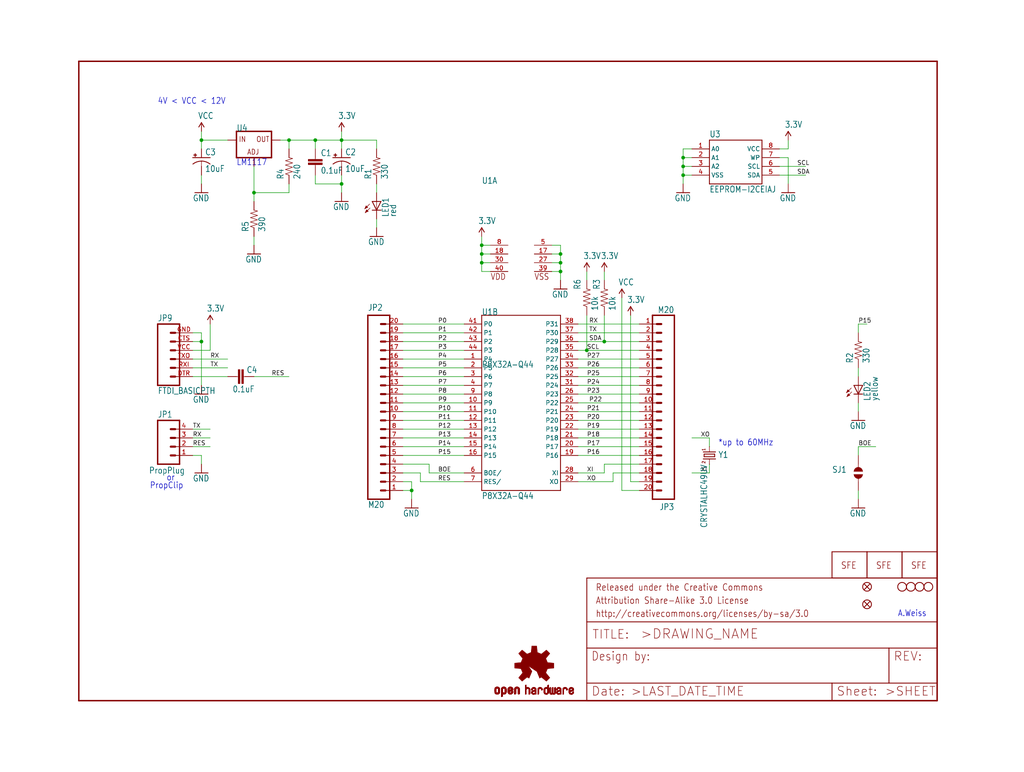
<source format=kicad_sch>
(kicad_sch (version 20211123) (generator eeschema)
  (paper "User" 297.002 223.926)
  (lib_symbols
    (symbol "eagleSchem-eagle-import:3.3V" (power)
      (property "Value" "3.3V" (at -1.016 3.556 0))
      (symbol "3.3V_1_0"
        (pin power_in line (at 0 0 90) (length 2.54) (name "3.3V") (number "1"))
      )
    )
    (symbol "eagleSchem-eagle-import:CAP0402-CAP"
      (property "Reference" "C" (at 1.524 2.921 0))
      (property "Value" "CAP0402-CAP" (at 1.524 -2.159 0))
      (symbol "CAP0402-CAP_1_0"
        (pin passive line (at 0 5.08 270) (length 2.54) (name "1") (number "1"))
        (pin passive line (at 0 -2.54 90) (length 2.54) (name "2") (number "2"))
      )
    )
    (symbol "eagleSchem-eagle-import:CAP_POL1206"
      (property "Reference" "C" (at 1.016 0.635 0))
      (property "Value" "CAP_POL1206" (at 1.016 -4.191 0))
      (symbol "CAP_POL1206_1_0"
        (pin passive line (at 0 2.54 270) (length 2.54) (name "+") (number "A"))
        (pin passive line (at 0 -5.08 90) (length 2.54) (name "-") (number "C"))
      )
    )
    (symbol "eagleSchem-eagle-import:CRYSTALHC49UV"
      (property "Reference" "Y" (at 2.54 1.016 0))
      (property "Value" "CRYSTALHC49UV" (at 2.54 -2.54 0))
      (symbol "CRYSTALHC49UV_1_0"
        (text "1" (at -2.159 -1.143 0) (effects (font (size 0.8636 0.734)) (justify left bottom)))
        (text "2" (at 1.524 -1.143 0) (effects (font (size 0.8636 0.734)) (justify left bottom)))
        (pin passive line (at -2.54 0 0) (length 0) (name "1") (number "1"))
        (pin passive line (at 2.54 0 180) (length 0) (name "2") (number "2"))
      )
    )
    (symbol "eagleSchem-eagle-import:EEPROM-I2CEIAJ"
      (property "Reference" "U" (at -7.62 8.382 0))
      (property "Value" "EEPROM-I2CEIAJ" (at -7.62 -7.62 0))
      (symbol "EEPROM-I2CEIAJ_1_0"
        (pin bidirectional line (at -12.7 5.08 0) (length 5.08) (name "A0") (number "1"))
        (pin bidirectional line (at -12.7 2.54 0) (length 5.08) (name "A1") (number "2"))
        (pin bidirectional line (at -12.7 0 0) (length 5.08) (name "A2") (number "3"))
        (pin power_in line (at -12.7 -2.54 0) (length 5.08) (name "VSS") (number "4"))
        (pin bidirectional line (at 12.7 -2.54 180) (length 5.08) (name "SDA") (number "5"))
        (pin bidirectional line (at 12.7 0 180) (length 5.08) (name "SCL") (number "6"))
        (pin bidirectional line (at 12.7 2.54 180) (length 5.08) (name "WP") (number "7"))
        (pin power_in line (at 12.7 5.08 180) (length 5.08) (name "VCC") (number "8"))
      )
    )
    (symbol "eagleSchem-eagle-import:FIDUCIALUFIDUCIAL")
    (symbol "eagleSchem-eagle-import:FRAME-LETTER"
      (symbol "FRAME-LETTER_2_0"
        (text ">DRAWING_NAME" (at 15.494 17.78 0) (effects (font (size 2.7432 2.7432)) (justify left bottom)))
        (text ">LAST_DATE_TIME" (at 12.7 1.27 0) (effects (font (size 2.54 2.54)) (justify left bottom)))
        (text ">SHEET" (at 86.36 1.27 0) (effects (font (size 2.54 2.54)) (justify left bottom)))
        (text "Attribution Share-Alike 3.0 License" (at 2.54 27.94 0) (effects (font (size 1.9304 1.6408)) (justify left bottom)))
        (text "Date:" (at 1.27 1.27 0) (effects (font (size 2.54 2.54)) (justify left bottom)))
        (text "Design by:" (at 1.27 11.43 0) (effects (font (size 2.54 2.159)) (justify left bottom)))
        (text "http://creativecommons.org/licenses/by-sa/3.0" (at 2.54 24.13 0) (effects (font (size 1.9304 1.6408)) (justify left bottom)))
        (text "Released under the Creative Commons" (at 2.54 31.75 0) (effects (font (size 1.9304 1.6408)) (justify left bottom)))
        (text "REV:" (at 88.9 11.43 0) (effects (font (size 2.54 2.54)) (justify left bottom)))
        (text "Sheet:" (at 72.39 1.27 0) (effects (font (size 2.54 2.54)) (justify left bottom)))
        (text "TITLE:" (at 1.524 17.78 0) (effects (font (size 2.54 2.54)) (justify left bottom)))
      )
    )
    (symbol "eagleSchem-eagle-import:FTDI_BASICPTH"
      (property "Reference" "JP" (at -5.08 10.922 0))
      (property "Value" "FTDI_BASICPTH" (at -5.08 -10.16 0))
      (symbol "FTDI_BASICPTH_1_0"
        (pin passive line (at 5.08 5.08 180) (length 5.08) (name "5") (number "CTS"))
        (pin passive line (at 5.08 -5.08 180) (length 5.08) (name "1") (number "DTR"))
        (pin passive line (at 5.08 7.62 180) (length 5.08) (name "6") (number "GND"))
        (pin passive line (at 5.08 -2.54 180) (length 5.08) (name "2") (number "RXI"))
        (pin passive line (at 5.08 0 180) (length 5.08) (name "3") (number "TXO"))
        (pin passive line (at 5.08 2.54 180) (length 5.08) (name "4") (number "VCC"))
      )
    )
    (symbol "eagleSchem-eagle-import:GND" (power)
      (property "Value" "GND" (at -2.54 -2.54 0))
      (symbol "GND_1_0"
        (pin power_in line (at 0 2.54 270) (length 2.54) (name "GND") (number "1"))
      )
    )
    (symbol "eagleSchem-eagle-import:LED0603"
      (property "Reference" "LED" (at 3.556 -4.572 90))
      (property "Value" "LED0603" (at 5.715 -4.572 90))
      (symbol "LED0603_1_0"
        (pin passive line (at 0 2.54 270) (length 2.54) (name "A") (number "A"))
        (pin passive line (at 0 -5.08 90) (length 2.54) (name "C") (number "C"))
      )
    )
    (symbol "eagleSchem-eagle-import:LOGO-SFENEW"
      (symbol "LOGO-SFENEW_1_0"
        (text "SFE" (at 0 0 0) (effects (font (size 1.9304 1.6408)) (justify left bottom)))
      )
    )
    (symbol "eagleSchem-eagle-import:LOGO-SFENW2"
      (symbol "LOGO-SFENW2_1_0"
        (text "SFE" (at 0 0 0) (effects (font (size 1.9304 1.6408)) (justify left bottom)))
      )
    )
    (symbol "eagleSchem-eagle-import:LOGO-SFESK"
      (symbol "LOGO-SFESK_1_0"
        (text "SFE" (at 0 0 0) (effects (font (size 1.9304 1.6408)) (justify left bottom)))
      )
    )
    (symbol "eagleSchem-eagle-import:M04PTH"
      (property "Reference" "JP" (at -5.08 8.382 0))
      (property "Value" "M04PTH" (at -5.08 -7.62 0))
      (symbol "M04PTH_1_0"
        (pin passive line (at 5.08 -2.54 180) (length 5.08) (name "1") (number "1"))
        (pin passive line (at 5.08 0 180) (length 5.08) (name "2") (number "2"))
        (pin passive line (at 5.08 2.54 180) (length 5.08) (name "3") (number "3"))
        (pin passive line (at 5.08 5.08 180) (length 5.08) (name "4") (number "4"))
      )
    )
    (symbol "eagleSchem-eagle-import:M20"
      (property "Reference" "JP" (at 0 57.15 0))
      (property "Value" "M20" (at 0 0 0))
      (symbol "M20_1_0"
        (pin passive line (at 10.16 5.08 180) (length 5.08) (name "1") (number "1"))
        (pin passive line (at 10.16 27.94 180) (length 5.08) (name "10") (number "10"))
        (pin passive line (at 10.16 30.48 180) (length 5.08) (name "11") (number "11"))
        (pin passive line (at 10.16 33.02 180) (length 5.08) (name "12") (number "12"))
        (pin passive line (at 10.16 35.56 180) (length 5.08) (name "13") (number "13"))
        (pin passive line (at 10.16 38.1 180) (length 5.08) (name "14") (number "14"))
        (pin passive line (at 10.16 40.64 180) (length 5.08) (name "15") (number "15"))
        (pin passive line (at 10.16 43.18 180) (length 5.08) (name "16") (number "16"))
        (pin passive line (at 10.16 45.72 180) (length 5.08) (name "17") (number "17"))
        (pin passive line (at 10.16 48.26 180) (length 5.08) (name "18") (number "18"))
        (pin passive line (at 10.16 50.8 180) (length 5.08) (name "19") (number "19"))
        (pin passive line (at 10.16 7.62 180) (length 5.08) (name "2") (number "2"))
        (pin passive line (at 10.16 53.34 180) (length 5.08) (name "20") (number "20"))
        (pin passive line (at 10.16 10.16 180) (length 5.08) (name "3") (number "3"))
        (pin passive line (at 10.16 12.7 180) (length 5.08) (name "4") (number "4"))
        (pin passive line (at 10.16 15.24 180) (length 5.08) (name "5") (number "5"))
        (pin passive line (at 10.16 17.78 180) (length 5.08) (name "6") (number "6"))
        (pin passive line (at 10.16 20.32 180) (length 5.08) (name "7") (number "7"))
        (pin passive line (at 10.16 22.86 180) (length 5.08) (name "8") (number "8"))
        (pin passive line (at 10.16 25.4 180) (length 5.08) (name "9") (number "9"))
      )
    )
    (symbol "eagleSchem-eagle-import:OSHW-LOGOS")
    (symbol "eagleSchem-eagle-import:P8X32A-Q44"
      (property "Reference" "U" (at -10.16 22.86 0))
      (property "Value" "P8X32A-Q44" (at -10.16 -30.48 0))
      (symbol "P8X32A-Q44_1_0"
        (text "VDD" (at -7.62 -5.08 0) (effects (font (size 1.778 1.5113)) (justify left bottom)))
        (text "VSS" (at 5.08 -5.08 0) (effects (font (size 1.778 1.5113)) (justify left bottom)))
        (pin power_in line (at 10.16 2.54 180) (length 5.08) (name "VSS@2") (number "17"))
        (pin power_in line (at -7.62 2.54 0) (length 5.08) (name "VDD@2") (number "18"))
        (pin power_in line (at 10.16 0 180) (length 5.08) (name "VSS@3") (number "27"))
        (pin power_in line (at -7.62 0 0) (length 5.08) (name "VDD@3") (number "30"))
        (pin power_in line (at 10.16 -2.54 180) (length 5.08) (name "VSS@4") (number "39"))
        (pin power_in line (at -7.62 -2.54 0) (length 5.08) (name "VDD@4") (number "40"))
        (pin power_in line (at 10.16 5.08 180) (length 5.08) (name "VSS@1") (number "5"))
        (pin power_in line (at -7.62 5.08 0) (length 5.08) (name "VDD@1") (number "8"))
      )
      (symbol "P8X32A-Q44_2_0"
        (pin bidirectional line (at -15.24 10.16 0) (length 5.08) (name "P4") (number "1"))
        (pin bidirectional line (at -15.24 -2.54 0) (length 5.08) (name "P9") (number "10"))
        (pin bidirectional line (at -15.24 -5.08 0) (length 5.08) (name "P10") (number "11"))
        (pin bidirectional line (at -15.24 -7.62 0) (length 5.08) (name "P11") (number "12"))
        (pin bidirectional line (at -15.24 -10.16 0) (length 5.08) (name "P12") (number "13"))
        (pin bidirectional line (at -15.24 -12.7 0) (length 5.08) (name "P13") (number "14"))
        (pin bidirectional line (at -15.24 -15.24 0) (length 5.08) (name "P14") (number "15"))
        (pin bidirectional line (at -15.24 -17.78 0) (length 5.08) (name "P15") (number "16"))
        (pin bidirectional line (at 17.78 -17.78 180) (length 5.08) (name "P16") (number "19"))
        (pin bidirectional line (at -15.24 7.62 0) (length 5.08) (name "P5") (number "2"))
        (pin bidirectional line (at 17.78 -15.24 180) (length 5.08) (name "P17") (number "20"))
        (pin bidirectional line (at 17.78 -12.7 180) (length 5.08) (name "P18") (number "21"))
        (pin bidirectional line (at 17.78 -10.16 180) (length 5.08) (name "P19") (number "22"))
        (pin bidirectional line (at 17.78 -7.62 180) (length 5.08) (name "P20") (number "23"))
        (pin bidirectional line (at 17.78 -5.08 180) (length 5.08) (name "P21") (number "24"))
        (pin bidirectional line (at 17.78 -2.54 180) (length 5.08) (name "P22") (number "25"))
        (pin bidirectional line (at 17.78 0 180) (length 5.08) (name "P23") (number "26"))
        (pin input line (at 17.78 -22.86 180) (length 5.08) (name "XI") (number "28"))
        (pin output line (at 17.78 -25.4 180) (length 5.08) (name "XO") (number "29"))
        (pin bidirectional line (at -15.24 5.08 0) (length 5.08) (name "P6") (number "3"))
        (pin bidirectional line (at 17.78 2.54 180) (length 5.08) (name "P24") (number "31"))
        (pin bidirectional line (at 17.78 5.08 180) (length 5.08) (name "P25") (number "32"))
        (pin bidirectional line (at 17.78 7.62 180) (length 5.08) (name "P26") (number "33"))
        (pin bidirectional line (at 17.78 10.16 180) (length 5.08) (name "P27") (number "34"))
        (pin bidirectional line (at 17.78 12.7 180) (length 5.08) (name "P28") (number "35"))
        (pin bidirectional line (at 17.78 15.24 180) (length 5.08) (name "P29") (number "36"))
        (pin bidirectional line (at 17.78 17.78 180) (length 5.08) (name "P30") (number "37"))
        (pin bidirectional line (at 17.78 20.32 180) (length 5.08) (name "P31") (number "38"))
        (pin bidirectional line (at -15.24 2.54 0) (length 5.08) (name "P7") (number "4"))
        (pin bidirectional line (at -15.24 20.32 0) (length 5.08) (name "P0") (number "41"))
        (pin bidirectional line (at -15.24 17.78 0) (length 5.08) (name "P1") (number "42"))
        (pin bidirectional line (at -15.24 15.24 0) (length 5.08) (name "P2") (number "43"))
        (pin bidirectional line (at -15.24 12.7 0) (length 5.08) (name "P3") (number "44"))
        (pin input line (at -15.24 -22.86 0) (length 5.08) (name "BOE/") (number "6"))
        (pin bidirectional line (at -15.24 -25.4 0) (length 5.08) (name "RES/") (number "7"))
        (pin bidirectional line (at -15.24 0 0) (length 5.08) (name "P8") (number "9"))
      )
    )
    (symbol "eagleSchem-eagle-import:RESISTOR0402-RES"
      (property "Reference" "R" (at -3.81 1.4986 0))
      (property "Value" "RESISTOR0402-RES" (at -3.81 -3.302 0))
      (symbol "RESISTOR0402-RES_1_0"
        (pin passive line (at -5.08 0 0) (length 2.54) (name "1") (number "1"))
        (pin passive line (at 5.08 0 180) (length 2.54) (name "2") (number "2"))
      )
    )
    (symbol "eagleSchem-eagle-import:SOLDERJUMPERTRACE"
      (property "Reference" "SJ" (at -2.54 2.54 0))
      (property "Value" "SOLDERJUMPERTRACE" (at -2.54 -5.08 0))
      (symbol "SOLDERJUMPERTRACE_1_0"
        (pin passive line (at -5.08 0 0) (length 2.54) (name "1") (number "1"))
        (pin passive line (at 5.08 0 180) (length 2.54) (name "2") (number "2"))
      )
    )
    (symbol "eagleSchem-eagle-import:STAND-OFF")
    (symbol "eagleSchem-eagle-import:VCC" (power)
      (property "Value" "VCC" (at -1.016 3.556 0))
      (symbol "VCC_1_0"
        (pin power_in line (at 0 0 90) (length 2.54) (name "VCC") (number "1"))
      )
    )
    (symbol "eagleSchem-eagle-import:V_REG_317SMD"
      (property "Reference" "U" (at 2.54 -7.62 0))
      (property "Value" "V_REG_317SMD" (at 2.54 -10.16 0))
      (symbol "V_REG_317SMD_1_0"
        (text "ADJ" (at -2.032 -4.318 0) (effects (font (size 1.524 1.2954)) (justify left bottom)))
        (text "IN" (at -4.445 -0.635 0) (effects (font (size 1.524 1.2954)) (justify left bottom)))
        (text "OUT" (at 0.635 -0.635 0) (effects (font (size 1.524 1.2954)) (justify left bottom)))
        (pin input line (at 0 -7.62 90) (length 2.54) (name "ADJ") (number "1"))
        (pin output line (at 7.62 0 180) (length 2.54) (name "OUT") (number "2"))
        (pin input line (at -7.62 0 0) (length 2.54) (name "IN") (number "3"))
      )
    )
  )
  (junction (at 139.7 76.2))
  (junction (at 162.56 73.66))
  (junction (at 175.26 99.06))
  (junction (at 119.38 142.24))
  (junction (at 99.06 40.64))
  (junction (at 198.12 50.8))
  (junction (at 139.7 73.66))
  (junction (at 162.56 78.74))
  (junction (at 91.44 40.64))
  (junction (at 99.06 53.34))
  (junction (at 198.12 45.72))
  (junction (at 162.56 76.2))
  (junction (at 83.82 40.64))
  (junction (at 73.66 55.88))
  (junction (at 58.42 40.64))
  (junction (at 198.12 48.26))
  (junction (at 170.18 101.6))
  (junction (at 58.42 99.06))
  (junction (at 139.7 71.12))
  (wire (pts (xy 167.64 116.84) (xy 185.42 116.84)))
  (wire (pts (xy 167.64 114.3) (xy 185.42 114.3)))
  (wire (pts (xy 167.64 111.76) (xy 185.42 111.76)))
  (wire (pts (xy 116.84 101.6) (xy 134.62 101.6)))
  (wire (pts (xy 167.64 129.54) (xy 185.42 129.54)))
  (wire (pts (xy 116.84 129.54) (xy 134.62 129.54)))
  (wire (pts (xy 248.92 96.52) (xy 248.92 93.98)))
  (wire (pts (xy 116.84 104.14) (xy 134.62 104.14)))
  (wire (pts (xy 99.06 55.88) (xy 99.06 53.34)))
  (wire (pts (xy 142.24 71.12) (xy 139.7 71.12)))
  (wire (pts (xy 116.84 121.92) (xy 134.62 121.92)))
  (wire (pts (xy 83.82 40.64) (xy 83.82 43.18)))
  (wire (pts (xy 254 129.54) (xy 248.92 129.54)))
  (wire (pts (xy 116.84 137.16) (xy 121.92 137.16)))
  (wire (pts (xy 248.92 142.24) (xy 248.92 144.78)))
  (wire (pts (xy 142.24 78.74) (xy 139.7 78.74)))
  (wire (pts (xy 185.42 137.16) (xy 177.8 137.16)))
  (wire (pts (xy 116.84 132.08) (xy 134.62 132.08)))
  (wire (pts (xy 180.34 142.24) (xy 180.34 86.36)))
  (wire (pts (xy 167.64 109.22) (xy 185.42 109.22)))
  (wire (pts (xy 182.88 139.7) (xy 182.88 91.44)))
  (wire (pts (xy 116.84 111.76) (xy 134.62 111.76)))
  (wire (pts (xy 200.66 48.26) (xy 198.12 48.26)))
  (wire (pts (xy 167.64 127) (xy 185.42 127)))
  (wire (pts (xy 175.26 78.74) (xy 175.26 81.28)))
  (wire (pts (xy 205.74 137.16) (xy 200.66 137.16)))
  (wire (pts (xy 167.64 101.6) (xy 170.18 101.6)))
  (wire (pts (xy 139.7 76.2) (xy 139.7 73.66)))
  (wire (pts (xy 226.06 48.26) (xy 233.68 48.26)))
  (wire (pts (xy 83.82 53.34) (xy 83.82 55.88)))
  (wire (pts (xy 167.64 121.92) (xy 185.42 121.92)))
  (wire (pts (xy 58.42 40.64) (xy 58.42 43.18)))
  (wire (pts (xy 226.06 50.8) (xy 233.68 50.8)))
  (wire (pts (xy 248.92 119.38) (xy 248.92 116.84)))
  (wire (pts (xy 248.92 106.68) (xy 248.92 109.22)))
  (wire (pts (xy 58.42 96.52) (xy 58.42 99.06)))
  (wire (pts (xy 91.44 50.8) (xy 91.44 53.34)))
  (wire (pts (xy 73.66 71.12) (xy 73.66 68.58)))
  (wire (pts (xy 116.84 119.38) (xy 134.62 119.38)))
  (wire (pts (xy 198.12 48.26) (xy 198.12 50.8)))
  (wire (pts (xy 99.06 40.64) (xy 109.22 40.64)))
  (wire (pts (xy 99.06 40.64) (xy 99.06 43.18)))
  (wire (pts (xy 119.38 142.24) (xy 119.38 144.78)))
  (wire (pts (xy 116.84 142.24) (xy 119.38 142.24)))
  (wire (pts (xy 200.66 50.8) (xy 198.12 50.8)))
  (wire (pts (xy 175.26 99.06) (xy 175.26 91.44)))
  (wire (pts (xy 167.64 96.52) (xy 185.42 96.52)))
  (wire (pts (xy 124.46 134.62) (xy 124.46 137.16)))
  (wire (pts (xy 99.06 40.64) (xy 99.06 38.1)))
  (wire (pts (xy 142.24 76.2) (xy 139.7 76.2)))
  (wire (pts (xy 83.82 40.64) (xy 91.44 40.64)))
  (wire (pts (xy 185.42 134.62) (xy 175.26 134.62)))
  (wire (pts (xy 167.64 99.06) (xy 175.26 99.06)))
  (wire (pts (xy 55.88 96.52) (xy 58.42 96.52)))
  (wire (pts (xy 116.84 124.46) (xy 134.62 124.46)))
  (wire (pts (xy 55.88 101.6) (xy 60.96 101.6)))
  (wire (pts (xy 55.88 109.22) (xy 66.04 109.22)))
  (wire (pts (xy 170.18 91.44) (xy 170.18 101.6)))
  (wire (pts (xy 160.02 71.12) (xy 162.56 71.12)))
  (wire (pts (xy 55.88 132.08) (xy 58.42 132.08)))
  (wire (pts (xy 60.96 101.6) (xy 60.96 93.98)))
  (wire (pts (xy 116.84 134.62) (xy 124.46 134.62)))
  (wire (pts (xy 55.88 124.46) (xy 60.96 124.46)))
  (wire (pts (xy 116.84 109.22) (xy 134.62 109.22)))
  (wire (pts (xy 175.26 134.62) (xy 175.26 137.16)))
  (wire (pts (xy 228.6 43.18) (xy 228.6 40.64)))
  (wire (pts (xy 162.56 73.66) (xy 162.56 76.2)))
  (wire (pts (xy 91.44 53.34) (xy 99.06 53.34)))
  (wire (pts (xy 198.12 45.72) (xy 198.12 48.26)))
  (wire (pts (xy 66.04 40.64) (xy 58.42 40.64)))
  (wire (pts (xy 116.84 127) (xy 134.62 127)))
  (wire (pts (xy 228.6 45.72) (xy 228.6 53.34)))
  (wire (pts (xy 116.84 106.68) (xy 134.62 106.68)))
  (wire (pts (xy 73.66 109.22) (xy 83.82 109.22)))
  (wire (pts (xy 83.82 55.88) (xy 73.66 55.88)))
  (wire (pts (xy 55.88 129.54) (xy 60.96 129.54)))
  (wire (pts (xy 55.88 99.06) (xy 58.42 99.06)))
  (wire (pts (xy 73.66 55.88) (xy 73.66 58.42)))
  (wire (pts (xy 185.42 142.24) (xy 180.34 142.24)))
  (wire (pts (xy 248.92 93.98) (xy 251.46 93.98)))
  (wire (pts (xy 121.92 139.7) (xy 134.62 139.7)))
  (wire (pts (xy 167.64 106.68) (xy 185.42 106.68)))
  (wire (pts (xy 116.84 114.3) (xy 134.62 114.3)))
  (wire (pts (xy 58.42 99.06) (xy 58.42 111.76)))
  (wire (pts (xy 139.7 71.12) (xy 139.7 68.58)))
  (wire (pts (xy 167.64 104.14) (xy 185.42 104.14)))
  (wire (pts (xy 58.42 40.64) (xy 58.42 38.1)))
  (wire (pts (xy 109.22 40.64) (xy 109.22 43.18)))
  (wire (pts (xy 55.88 106.68) (xy 66.04 106.68)))
  (wire (pts (xy 205.74 134.62) (xy 205.74 137.16)))
  (wire (pts (xy 162.56 78.74) (xy 162.56 81.28)))
  (wire (pts (xy 55.88 127) (xy 60.96 127)))
  (wire (pts (xy 167.64 124.46) (xy 185.42 124.46)))
  (wire (pts (xy 116.84 93.98) (xy 134.62 93.98)))
  (wire (pts (xy 160.02 73.66) (xy 162.56 73.66)))
  (wire (pts (xy 73.66 48.26) (xy 73.66 55.88)))
  (wire (pts (xy 200.66 43.18) (xy 198.12 43.18)))
  (wire (pts (xy 205.74 127) (xy 200.66 127)))
  (wire (pts (xy 205.74 129.54) (xy 205.74 127)))
  (wire (pts (xy 167.64 119.38) (xy 185.42 119.38)))
  (wire (pts (xy 185.42 139.7) (xy 182.88 139.7)))
  (wire (pts (xy 116.84 96.52) (xy 134.62 96.52)))
  (wire (pts (xy 116.84 139.7) (xy 119.38 139.7)))
  (wire (pts (xy 167.64 139.7) (xy 177.8 139.7)))
  (wire (pts (xy 121.92 137.16) (xy 121.92 139.7)))
  (wire (pts (xy 175.26 99.06) (xy 185.42 99.06)))
  (wire (pts (xy 99.06 53.34) (xy 99.06 50.8)))
  (wire (pts (xy 134.62 137.16) (xy 124.46 137.16)))
  (wire (pts (xy 139.7 78.74) (xy 139.7 76.2)))
  (wire (pts (xy 58.42 132.08) (xy 58.42 134.62)))
  (wire (pts (xy 142.24 73.66) (xy 139.7 73.66)))
  (wire (pts (xy 139.7 73.66) (xy 139.7 71.12)))
  (wire (pts (xy 198.12 50.8) (xy 198.12 53.34)))
  (wire (pts (xy 170.18 101.6) (xy 185.42 101.6)))
  (wire (pts (xy 162.56 76.2) (xy 162.56 78.74)))
  (wire (pts (xy 91.44 40.64) (xy 99.06 40.64)))
  (wire (pts (xy 167.64 132.08) (xy 185.42 132.08)))
  (wire (pts (xy 198.12 43.18) (xy 198.12 45.72)))
  (wire (pts (xy 200.66 45.72) (xy 198.12 45.72)))
  (wire (pts (xy 248.92 129.54) (xy 248.92 132.08)))
  (wire (pts (xy 109.22 53.34) (xy 109.22 55.88)))
  (wire (pts (xy 91.44 43.18) (xy 91.44 40.64)))
  (wire (pts (xy 116.84 116.84) (xy 134.62 116.84)))
  (wire (pts (xy 160.02 78.74) (xy 162.56 78.74)))
  (wire (pts (xy 160.02 76.2) (xy 162.56 76.2)))
  (wire (pts (xy 162.56 71.12) (xy 162.56 73.66)))
  (wire (pts (xy 116.84 99.06) (xy 134.62 99.06)))
  (wire (pts (xy 58.42 50.8) (xy 58.42 53.34)))
  (wire (pts (xy 119.38 139.7) (xy 119.38 142.24)))
  (wire (pts (xy 55.88 104.14) (xy 66.04 104.14)))
  (wire (pts (xy 167.64 93.98) (xy 185.42 93.98)))
  (wire (pts (xy 167.64 137.16) (xy 175.26 137.16)))
  (wire (pts (xy 170.18 78.74) (xy 170.18 81.28)))
  (wire (pts (xy 109.22 66.04) (xy 109.22 63.5)))
  (wire (pts (xy 226.06 45.72) (xy 228.6 45.72)))
  (wire (pts (xy 226.06 43.18) (xy 228.6 43.18)))
  (wire (pts (xy 177.8 137.16) (xy 177.8 139.7)))
  (wire (pts (xy 83.82 40.64) (xy 81.28 40.64)))
  (text "or" (at 48.26 139.7 180) (effects (font (size 1.778 1.5113)) (justify left bottom)))
  (text "LM1117" (at 68.58 48.26 180) (effects (font (size 1.778 1.5113)) (justify left bottom)))
  (text "PropClip" (at 43.434 141.986 180) (effects (font (size 1.778 1.5113)) (justify left bottom)))
  (text "A.Weiss" (at 260.35 179.07 180) (effects (font (size 1.778 1.5113)) (justify left bottom)))
  (text "4V < VCC < 12V" (at 45.72 30.48 180) (effects (font (size 1.778 1.5113)) (justify left bottom)))
  (text "*up to 60MHz" (at 208.28 129.54 180) (effects (font (size 1.778 1.5113)) (justify left bottom)))
  (label "BOE" (at 127 137.16 0) (effects (font (size 1.2446 1.2446))))
  (label "TX" (at 170.815 96.52 0) (effects (font (size 1.2446 1.2446))))
  (label "P2" (at 127 99.06 0) (effects (font (size 1.2446 1.2446))))
  (label "P15" (at 127 132.08 0) (effects (font (size 1.2446 1.2446))))
  (label "P16" (at 170.18 132.08 0) (effects (font (size 1.2446 1.2446))))
  (label "BOE" (at 248.92 129.54 0) (effects (font (size 1.2446 1.2446))))
  (label "XI" (at 203.2 137.16 0) (effects (font (size 1.2446 1.2446))))
  (label "P24" (at 170.18 111.76 0) (effects (font (size 1.2446 1.2446))))
  (label "SCL" (at 231.14 48.26 0) (effects (font (size 1.2446 1.2446))))
  (label "P13" (at 127 127 0) (effects (font (size 1.2446 1.2446))))
  (label "P27" (at 170.18 104.14 0) (effects (font (size 1.2446 1.2446))))
  (label "P18" (at 170.18 127 0) (effects (font (size 1.2446 1.2446))))
  (label "SDA" (at 170.815 99.06 0) (effects (font (size 1.2446 1.2446))))
  (label "P1" (at 127 96.52 0) (effects (font (size 1.2446 1.2446))))
  (label "P3" (at 127 101.6 0) (effects (font (size 1.2446 1.2446))))
  (label "P8" (at 127 114.3 0) (effects (font (size 1.2446 1.2446))))
  (label "P22" (at 170.815 116.84 0) (effects (font (size 1.2446 1.2446))))
  (label "XO" (at 170.18 139.7 0) (effects (font (size 1.2446 1.2446))))
  (label "XI" (at 170.18 137.16 0) (effects (font (size 1.2446 1.2446))))
  (label "SCL" (at 170.18 101.6 0) (effects (font (size 1.2446 1.2446))))
  (label "P25" (at 170.18 109.22 0) (effects (font (size 1.2446 1.2446))))
  (label "P17" (at 170.18 129.54 0) (effects (font (size 1.2446 1.2446))))
  (label "P0" (at 127 93.98 0) (effects (font (size 1.2446 1.2446))))
  (label "P19" (at 170.18 124.46 0) (effects (font (size 1.2446 1.2446))))
  (label "RES" (at 127 139.7 0) (effects (font (size 1.2446 1.2446))))
  (label "P5" (at 127 106.68 0) (effects (font (size 1.2446 1.2446))))
  (label "P26" (at 170.18 106.68 0) (effects (font (size 1.2446 1.2446))))
  (label "RES" (at 55.88 129.54 0) (effects (font (size 1.2446 1.2446))))
  (label "RES" (at 78.74 109.22 0) (effects (font (size 1.2446 1.2446))))
  (label "P9" (at 127 116.84 0) (effects (font (size 1.2446 1.2446))))
  (label "SDA" (at 231.14 50.8 0) (effects (font (size 1.2446 1.2446))))
  (label "TX" (at 55.88 124.46 0) (effects (font (size 1.2446 1.2446))))
  (label "TX" (at 60.96 106.68 0) (effects (font (size 1.2446 1.2446))))
  (label "RX" (at 55.88 127 0) (effects (font (size 1.2446 1.2446))))
  (label "P7" (at 127 111.76 0) (effects (font (size 1.2446 1.2446))))
  (label "RX" (at 170.815 93.98 0) (effects (font (size 1.2446 1.2446))))
  (label "P12" (at 127 124.46 0) (effects (font (size 1.2446 1.2446))))
  (label "P23" (at 170.18 114.3 0) (effects (font (size 1.2446 1.2446))))
  (label "P11" (at 127 121.92 0) (effects (font (size 1.2446 1.2446))))
  (label "P6" (at 127 109.22 0) (effects (font (size 1.2446 1.2446))))
  (label "P10" (at 127 119.38 0) (effects (font (size 1.2446 1.2446))))
  (label "XO" (at 203.2 127 0) (effects (font (size 1.2446 1.2446))))
  (label "P15" (at 248.92 93.98 0) (effects (font (size 1.2446 1.2446))))
  (label "RX" (at 60.96 104.14 0) (effects (font (size 1.2446 1.2446))))
  (label "P14" (at 127 129.54 0) (effects (font (size 1.2446 1.2446))))
  (label "P4" (at 127 104.14 0) (effects (font (size 1.2446 1.2446))))
  (label "P20" (at 170.18 121.92 0) (effects (font (size 1.2446 1.2446))))
  (label "P21" (at 170.18 119.38 0) (effects (font (size 1.2446 1.2446))))
  (symbol (lib_id "eagleSchem-eagle-import:RESISTOR0402-RES") (at 73.66 63.5 90) (unit 1)
    (property "Reference" "R5" (at 72.1614 67.31 0) (effects (font (size 1.778 1.5113)) (justify left bottom)))
    (property "Value" "390" (at 76.962 67.31 0) (effects (font (size 1.778 1.5113)) (justify left bottom)))
    (property "Footprint" "eagleSchem:0402-RES" (effects hide))
  )
  (symbol (lib_id "eagleSchem-eagle-import:CRYSTALHC49UV") (at 205.74 132.08 270) (unit 1)
    (property "Reference" "Y1" (at 208.28 132.842 90) (effects (font (size 1.778 1.5113)) (justify left bottom)))
    (property "Value" "CRYSTALHC49UV" (at 203.2 134.62 0) (effects (font (size 1.778 1.5113)) (justify left bottom)))
    (property "Footprint" "eagleSchem:HC49U-V" (effects hide))
  )
  (symbol (lib_id "eagleSchem-eagle-import:GND") (at 228.6 55.88 0) (unit 1)
    (property "Reference" "#GND12" (effects hide))
    (property "Value" "GND" (at 226.06 58.42 0) (effects (font (size 1.778 1.5113)) (justify left bottom)))
    (property "Footprint" "eagleSchem:" (effects hide))
  )
  (symbol (lib_id "eagleSchem-eagle-import:GND") (at 109.22 68.58 0) (unit 1)
    (property "Reference" "#GND8" (effects hide))
    (property "Value" "GND" (at 106.68 71.12 0) (effects (font (size 1.778 1.5113)) (justify left bottom)))
    (property "Footprint" "eagleSchem:" (effects hide))
  )
  (symbol (lib_id "eagleSchem-eagle-import:3.3V") (at 170.18 78.74 0) (unit 1)
    (property "Reference" "#P+9" (effects hide))
    (property "Value" "3.3V" (at 169.164 75.184 0) (effects (font (size 1.778 1.5113)) (justify left bottom)))
    (property "Footprint" "eagleSchem:" (effects hide))
  )
  (symbol (lib_id "eagleSchem-eagle-import:LOGO-SFENW2") (at 243.84 165.1 0) (unit 1)
    (property "Reference" "JP14" (effects hide))
    (property "Value" "LOGO-SFENW2" (effects hide))
    (property "Footprint" "eagleSchem:SFE-NEW-WEB" (effects hide))
  )
  (symbol (lib_id "eagleSchem-eagle-import:3.3V") (at 175.26 78.74 0) (unit 1)
    (property "Reference" "#P+8" (effects hide))
    (property "Value" "3.3V" (at 174.244 75.184 0) (effects (font (size 1.778 1.5113)) (justify left bottom)))
    (property "Footprint" "eagleSchem:" (effects hide))
  )
  (symbol (lib_id "eagleSchem-eagle-import:GND") (at 162.56 83.82 0) (unit 1)
    (property "Reference" "#GND1" (effects hide))
    (property "Value" "GND" (at 160.02 86.36 0) (effects (font (size 1.778 1.5113)) (justify left bottom)))
    (property "Footprint" "eagleSchem:" (effects hide))
  )
  (symbol (lib_id "eagleSchem-eagle-import:FRAME-LETTER") (at 22.86 203.2 0) (unit 1)
    (property "Reference" "FRAME1" (effects hide))
    (property "Value" "FRAME-LETTER" (effects hide))
    (property "Footprint" "eagleSchem:CREATIVE_COMMONS" (effects hide))
  )
  (symbol (lib_id "eagleSchem-eagle-import:P8X32A-Q44") (at 149.86 76.2 0) (unit 1)
    (property "Reference" "U1" (at 139.7 53.34 0) (effects (font (size 1.778 1.5113)) (justify left bottom)))
    (property "Value" "P8X32A-Q44" (at 139.7 106.68 0) (effects (font (size 1.778 1.5113)) (justify left bottom)))
    (property "Footprint" "eagleSchem:P8X32A-Q44" (effects hide))
  )
  (symbol (lib_id "eagleSchem-eagle-import:VCC") (at 180.34 86.36 0) (unit 1)
    (property "Reference" "#P+5" (effects hide))
    (property "Value" "VCC" (at 179.324 82.804 0) (effects (font (size 1.778 1.5113)) (justify left bottom)))
    (property "Footprint" "eagleSchem:" (effects hide))
  )
  (symbol (lib_id "eagleSchem-eagle-import:GND") (at 248.92 147.32 0) (unit 1)
    (property "Reference" "#GND2" (effects hide))
    (property "Value" "GND" (at 246.38 149.86 0) (effects (font (size 1.778 1.5113)) (justify left bottom)))
    (property "Footprint" "eagleSchem:" (effects hide))
  )
  (symbol (lib_id "eagleSchem-eagle-import:M20") (at 106.68 147.32 0) (unit 1)
    (property "Reference" "JP2" (at 106.68 90.17 0) (effects (font (size 1.778 1.5113)) (justify left bottom)))
    (property "Value" "M20" (at 106.68 147.32 0) (effects (font (size 1.778 1.5113)) (justify left bottom)))
    (property "Footprint" "eagleSchem:1X20" (effects hide))
  )
  (symbol (lib_id "eagleSchem-eagle-import:FIDUCIALUFIDUCIAL") (at 251.46 170.18 0) (unit 1)
    (property "Reference" "JP4" (effects hide))
    (property "Value" "FIDUCIALUFIDUCIAL" (effects hide))
    (property "Footprint" "eagleSchem:MICRO-FIDUCIAL" (effects hide))
  )
  (symbol (lib_id "eagleSchem-eagle-import:RESISTOR0402-RES") (at 83.82 48.26 90) (unit 1)
    (property "Reference" "R4" (at 82.3214 52.07 0) (effects (font (size 1.778 1.5113)) (justify left bottom)))
    (property "Value" "240" (at 87.122 52.07 0) (effects (font (size 1.778 1.5113)) (justify left bottom)))
    (property "Footprint" "eagleSchem:0402-RES" (effects hide))
  )
  (symbol (lib_id "eagleSchem-eagle-import:LOGO-SFENEW") (at 254 165.1 0) (unit 1)
    (property "Reference" "JP5" (effects hide))
    (property "Value" "LOGO-SFENEW" (effects hide))
    (property "Footprint" "eagleSchem:SFE-NEW-WEBLOGO" (effects hide))
  )
  (symbol (lib_id "eagleSchem-eagle-import:3.3V") (at 139.7 68.58 0) (unit 1)
    (property "Reference" "#P+2" (effects hide))
    (property "Value" "3.3V" (at 138.684 65.024 0) (effects (font (size 1.778 1.5113)) (justify left bottom)))
    (property "Footprint" "eagleSchem:" (effects hide))
  )
  (symbol (lib_id "eagleSchem-eagle-import:RESISTOR0402-RES") (at 175.26 86.36 90) (unit 1)
    (property "Reference" "R3" (at 174.0154 84.074 0) (effects (font (size 1.778 1.5113)) (justify left bottom)))
    (property "Value" "10k" (at 178.562 90.17 0) (effects (font (size 1.778 1.5113)) (justify left bottom)))
    (property "Footprint" "eagleSchem:0402-RES" (effects hide))
  )
  (symbol (lib_id "eagleSchem-eagle-import:LED0603") (at 248.92 111.76 0) (unit 1)
    (property "Reference" "LED2" (at 252.476 116.332 90) (effects (font (size 1.778 1.5113)) (justify left bottom)))
    (property "Value" "yellow" (at 254.635 116.332 90) (effects (font (size 1.778 1.5113)) (justify left bottom)))
    (property "Footprint" "eagleSchem:LED-0603" (effects hide))
  )
  (symbol (lib_id "eagleSchem-eagle-import:FTDI_BASICPTH") (at 50.8 104.14 0) (unit 1)
    (property "Reference" "JP9" (at 45.72 93.218 0) (effects (font (size 1.778 1.5113)) (justify left bottom)))
    (property "Value" "FTDI_BASICPTH" (at 45.72 114.3 0) (effects (font (size 1.778 1.5113)) (justify left bottom)))
    (property "Footprint" "eagleSchem:FTDI_BASIC" (effects hide))
  )
  (symbol (lib_id "eagleSchem-eagle-import:3.3V") (at 228.6 40.64 0) (unit 1)
    (property "Reference" "#P+7" (effects hide))
    (property "Value" "3.3V" (at 227.584 37.084 0) (effects (font (size 1.778 1.5113)) (justify left bottom)))
    (property "Footprint" "eagleSchem:" (effects hide))
  )
  (symbol (lib_id "eagleSchem-eagle-import:STAND-OFF") (at 266.7 170.18 0) (unit 1)
    (property "Reference" "JP11" (effects hide))
    (property "Value" "STAND-OFF" (effects hide))
    (property "Footprint" "eagleSchem:STAND-OFF" (effects hide))
  )
  (symbol (lib_id "eagleSchem-eagle-import:GND") (at 119.38 147.32 0) (unit 1)
    (property "Reference" "#GND3" (effects hide))
    (property "Value" "GND" (at 116.84 149.86 0) (effects (font (size 1.778 1.5113)) (justify left bottom)))
    (property "Footprint" "eagleSchem:" (effects hide))
  )
  (symbol (lib_id "eagleSchem-eagle-import:GND") (at 58.42 137.16 0) (unit 1)
    (property "Reference" "#GND4" (effects hide))
    (property "Value" "GND" (at 55.88 139.7 0) (effects (font (size 1.778 1.5113)) (justify left bottom)))
    (property "Footprint" "eagleSchem:" (effects hide))
  )
  (symbol (lib_id "eagleSchem-eagle-import:RESISTOR0402-RES") (at 248.92 101.6 90) (unit 1)
    (property "Reference" "R2" (at 247.4214 105.41 0) (effects (font (size 1.778 1.5113)) (justify left bottom)))
    (property "Value" "330" (at 252.222 105.41 0) (effects (font (size 1.778 1.5113)) (justify left bottom)))
    (property "Footprint" "eagleSchem:0402-RES" (effects hide))
  )
  (symbol (lib_id "eagleSchem-eagle-import:STAND-OFF") (at 269.24 170.18 0) (unit 1)
    (property "Reference" "JP10" (effects hide))
    (property "Value" "STAND-OFF" (effects hide))
    (property "Footprint" "eagleSchem:STAND-OFF" (effects hide))
  )
  (symbol (lib_id "eagleSchem-eagle-import:3.3V") (at 60.96 93.98 0) (unit 1)
    (property "Reference" "#P+6" (effects hide))
    (property "Value" "3.3V" (at 59.944 90.424 0) (effects (font (size 1.778 1.5113)) (justify left bottom)))
    (property "Footprint" "eagleSchem:" (effects hide))
  )
  (symbol (lib_id "eagleSchem-eagle-import:M20") (at 195.58 88.9 180) (unit 1)
    (property "Reference" "JP3" (at 195.58 146.05 0) (effects (font (size 1.778 1.5113)) (justify left bottom)))
    (property "Value" "M20" (at 195.58 88.9 0) (effects (font (size 1.778 1.5113)) (justify left bottom)))
    (property "Footprint" "eagleSchem:1X20" (effects hide))
  )
  (symbol (lib_id "eagleSchem-eagle-import:FRAME-LETTER") (at 170.18 203.2 0) (unit 2)
    (property "Reference" "FRAME1" (effects hide))
    (property "Value" "FRAME-LETTER" (effects hide))
    (property "Footprint" "eagleSchem:CREATIVE_COMMONS" (effects hide))
  )
  (symbol (lib_id "eagleSchem-eagle-import:GND") (at 99.06 58.42 0) (unit 1)
    (property "Reference" "#GND7" (effects hide))
    (property "Value" "GND" (at 96.52 60.96 0) (effects (font (size 1.778 1.5113)) (justify left bottom)))
    (property "Footprint" "eagleSchem:" (effects hide))
  )
  (symbol (lib_id "eagleSchem-eagle-import:RESISTOR0402-RES") (at 170.18 86.36 90) (unit 1)
    (property "Reference" "R6" (at 168.4274 84.074 0) (effects (font (size 1.778 1.5113)) (justify left bottom)))
    (property "Value" "10k" (at 173.482 90.17 0) (effects (font (size 1.778 1.5113)) (justify left bottom)))
    (property "Footprint" "eagleSchem:0402-RES" (effects hide))
  )
  (symbol (lib_id "eagleSchem-eagle-import:GND") (at 58.42 114.3 0) (unit 1)
    (property "Reference" "#GND10" (effects hide))
    (property "Value" "GND" (at 55.88 116.84 0) (effects (font (size 1.778 1.5113)) (justify left bottom)))
    (property "Footprint" "eagleSchem:" (effects hide))
  )
  (symbol (lib_id "eagleSchem-eagle-import:STAND-OFF") (at 264.16 170.18 0) (unit 1)
    (property "Reference" "JP12" (effects hide))
    (property "Value" "STAND-OFF" (effects hide))
    (property "Footprint" "eagleSchem:STAND-OFF" (effects hide))
  )
  (symbol (lib_id "eagleSchem-eagle-import:GND") (at 248.92 121.92 0) (unit 1)
    (property "Reference" "#GND9" (effects hide))
    (property "Value" "GND" (at 246.38 124.46 0) (effects (font (size 1.778 1.5113)) (justify left bottom)))
    (property "Footprint" "eagleSchem:" (effects hide))
  )
  (symbol (lib_id "eagleSchem-eagle-import:3.3V") (at 182.88 91.44 0) (unit 1)
    (property "Reference" "#P+1" (effects hide))
    (property "Value" "3.3V" (at 181.864 87.884 0) (effects (font (size 1.778 1.5113)) (justify left bottom)))
    (property "Footprint" "eagleSchem:" (effects hide))
  )
  (symbol (lib_id "eagleSchem-eagle-import:STAND-OFF") (at 261.62 170.18 0) (unit 1)
    (property "Reference" "JP13" (effects hide))
    (property "Value" "STAND-OFF" (effects hide))
    (property "Footprint" "eagleSchem:STAND-OFF" (effects hide))
  )
  (symbol (lib_id "eagleSchem-eagle-import:M04PTH") (at 50.8 129.54 0) (unit 1)
    (property "Reference" "JP1" (at 45.72 121.158 0) (effects (font (size 1.778 1.5113)) (justify left bottom)))
    (property "Value" "PropPlug" (at 43.18 137.414 0) (effects (font (size 1.778 1.5113)) (justify left bottom)))
    (property "Footprint" "eagleSchem:1X04" (effects hide))
  )
  (symbol (lib_id "eagleSchem-eagle-import:GND") (at 198.12 55.88 0) (unit 1)
    (property "Reference" "#GND11" (effects hide))
    (property "Value" "GND" (at 195.58 58.42 0) (effects (font (size 1.778 1.5113)) (justify left bottom)))
    (property "Footprint" "eagleSchem:" (effects hide))
  )
  (symbol (lib_id "eagleSchem-eagle-import:EEPROM-I2CEIAJ") (at 213.36 48.26 0) (unit 1)
    (property "Reference" "U3" (at 205.74 39.878 0) (effects (font (size 1.778 1.5113)) (justify left bottom)))
    (property "Value" "EEPROM-I2CEIAJ" (at 205.74 55.88 0) (effects (font (size 1.778 1.5113)) (justify left bottom)))
    (property "Footprint" "eagleSchem:SO08-EIAJ" (effects hide))
  )
  (symbol (lib_id "eagleSchem-eagle-import:CAP0402-CAP") (at 91.44 48.26 0) (unit 1)
    (property "Reference" "C1" (at 92.964 45.339 0) (effects (font (size 1.778 1.5113)) (justify left bottom)))
    (property "Value" "0.1uF" (at 92.964 50.419 0) (effects (font (size 1.778 1.5113)) (justify left bottom)))
    (property "Footprint" "eagleSchem:0402-CAP" (effects hide))
  )
  (symbol (lib_id "eagleSchem-eagle-import:CAP0402-CAP") (at 71.12 109.22 90) (unit 1)
    (property "Reference" "C4" (at 74.676 106.299 90) (effects (font (size 1.778 1.5113)) (justify left bottom)))
    (property "Value" "0.1uF" (at 73.914 111.887 90) (effects (font (size 1.778 1.5113)) (justify left bottom)))
    (property "Footprint" "eagleSchem:0402-CAP" (effects hide))
  )
  (symbol (lib_id "eagleSchem-eagle-import:3.3V") (at 99.06 38.1 0) (unit 1)
    (property "Reference" "#P+3" (effects hide))
    (property "Value" "3.3V" (at 98.044 34.544 0) (effects (font (size 1.778 1.5113)) (justify left bottom)))
    (property "Footprint" "eagleSchem:" (effects hide))
  )
  (symbol (lib_id "eagleSchem-eagle-import:GND") (at 73.66 73.66 0) (unit 1)
    (property "Reference" "#GND6" (effects hide))
    (property "Value" "GND" (at 71.12 76.2 0) (effects (font (size 1.778 1.5113)) (justify left bottom)))
    (property "Footprint" "eagleSchem:" (effects hide))
  )
  (symbol (lib_id "eagleSchem-eagle-import:OSHW-LOGOS") (at 154.94 193.04 0) (unit 1)
    (property "Reference" "U$1" (effects hide))
    (property "Value" "OSHW-LOGOS" (effects hide))
    (property "Footprint" "eagleSchem:OSHW-LOGO-S" (effects hide))
  )
  (symbol (lib_id "eagleSchem-eagle-import:VCC") (at 58.42 38.1 0) (unit 1)
    (property "Reference" "#P+4" (effects hide))
    (property "Value" "VCC" (at 57.404 34.544 0) (effects (font (size 1.778 1.5113)) (justify left bottom)))
    (property "Footprint" "eagleSchem:" (effects hide))
  )
  (symbol (lib_id "eagleSchem-eagle-import:CAP_POL1206") (at 99.06 45.72 0) (unit 1)
    (property "Reference" "C2" (at 100.076 45.085 0) (effects (font (size 1.778 1.5113)) (justify left bottom)))
    (property "Value" "10uF" (at 100.076 49.911 0) (effects (font (size 1.778 1.5113)) (justify left bottom)))
    (property "Footprint" "eagleSchem:EIA3216" (effects hide))
  )
  (symbol (lib_id "eagleSchem-eagle-import:CAP_POL1206") (at 58.42 45.72 0) (unit 1)
    (property "Reference" "C3" (at 59.436 45.085 0) (effects (font (size 1.778 1.5113)) (justify left bottom)))
    (property "Value" "10uF" (at 59.436 49.911 0) (effects (font (size 1.778 1.5113)) (justify left bottom)))
    (property "Footprint" "eagleSchem:EIA3216" (effects hide))
  )
  (symbol (lib_id "eagleSchem-eagle-import:GND") (at 58.42 55.88 0) (unit 1)
    (property "Reference" "#GND5" (effects hide))
    (property "Value" "GND" (at 55.88 58.42 0) (effects (font (size 1.778 1.5113)) (justify left bottom)))
    (property "Footprint" "eagleSchem:" (effects hide))
  )
  (symbol (lib_id "eagleSchem-eagle-import:P8X32A-Q44") (at 149.86 114.3 0) (unit 2)
    (property "Reference" "U1" (at 139.7 91.44 0) (effects (font (size 1.778 1.5113)) (justify left bottom)))
    (property "Value" "P8X32A-Q44" (at 139.7 144.78 0) (effects (font (size 1.778 1.5113)) (justify left bottom)))
    (property "Footprint" "eagleSchem:P8X32A-Q44" (effects hide))
  )
  (symbol (lib_id "eagleSchem-eagle-import:V_REG_317SMD") (at 73.66 40.64 0) (unit 1)
    (property "Reference" "U4" (at 68.58 38.1 0) (effects (font (size 1.778 1.5113)) (justify left bottom)))
    (property "Value" "V_REG_317SMD" (effects hide))
    (property "Footprint" "eagleSchem:SOT223" (effects hide))
  )
  (symbol (lib_id "eagleSchem-eagle-import:RESISTOR0402-RES") (at 109.22 48.26 90) (unit 1)
    (property "Reference" "R1" (at 107.7214 52.07 0) (effects (font (size 1.778 1.5113)) (justify left bottom)))
    (property "Value" "330" (at 112.522 52.07 0) (effects (font (size 1.778 1.5113)) (justify left bottom)))
    (property "Footprint" "eagleSchem:0402-RES" (effects hide))
  )
  (symbol (lib_id "eagleSchem-eagle-import:LOGO-SFESK") (at 264.16 165.1 0) (unit 1)
    (property "Reference" "JP7" (effects hide))
    (property "Value" "LOGO-SFESK" (effects hide))
    (property "Footprint" "eagleSchem:SFE-LOGO-FLAME" (effects hide))
  )
  (symbol (lib_id "eagleSchem-eagle-import:FIDUCIALUFIDUCIAL") (at 251.46 175.26 0) (unit 1)
    (property "Reference" "JP15" (effects hide))
    (property "Value" "FIDUCIALUFIDUCIAL" (effects hide))
    (property "Footprint" "eagleSchem:MICRO-FIDUCIAL" (effects hide))
  )
  (symbol (lib_id "eagleSchem-eagle-import:SOLDERJUMPERTRACE") (at 248.92 137.16 90) (unit 1)
    (property "Reference" "SJ1" (at 241.3 137.16 90) (effects (font (size 1.778 1.5113)) (justify right top)))
    (property "Value" "SOLDERJUMPERTRACE" (effects hide))
    (property "Footprint" "eagleSchem:SJ_2S-TRACE" (effects hide))
  )
  (symbol (lib_id "eagleSchem-eagle-import:LED0603") (at 109.22 58.42 0) (unit 1)
    (property "Reference" "LED1" (at 112.776 62.992 90) (effects (font (size 1.778 1.5113)) (justify left bottom)))
    (property "Value" "red" (at 114.935 62.992 90) (effects (font (size 1.778 1.5113)) (justify left bottom)))
    (property "Footprint" "eagleSchem:LED-0603" (effects hide))
  )
)
</source>
